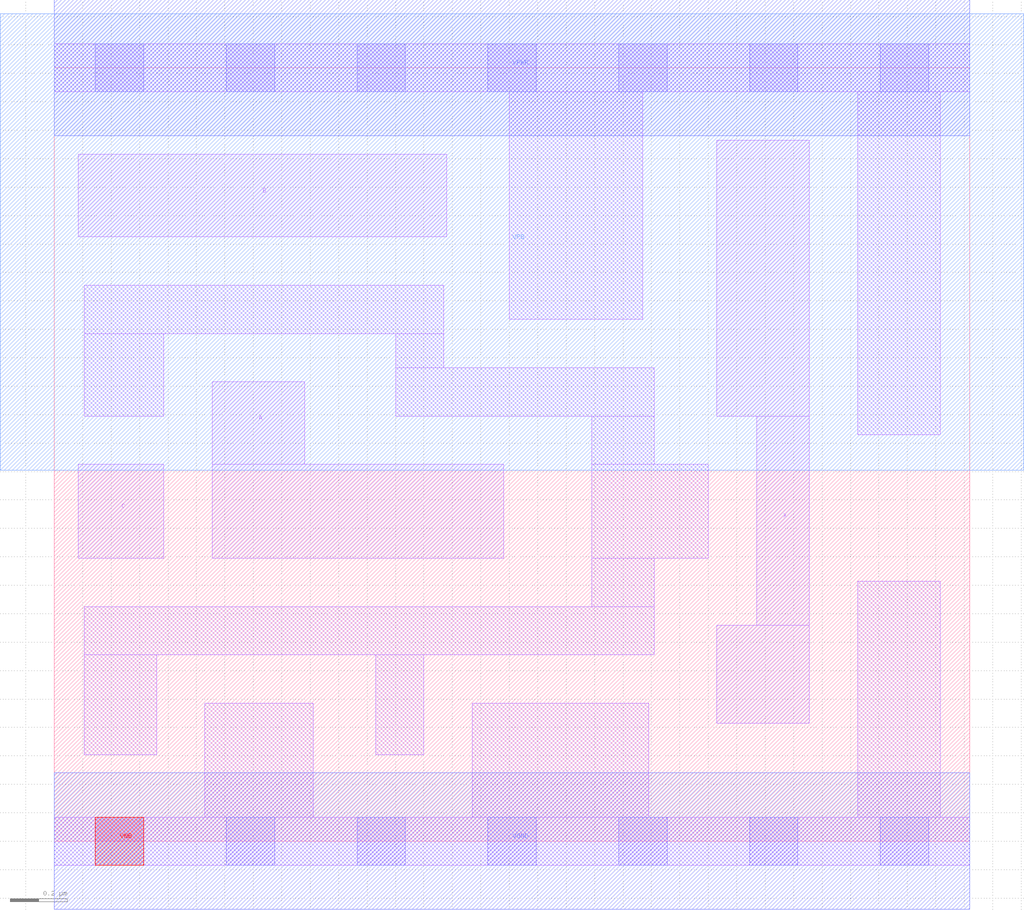
<source format=lef>
# Copyright 2020 The SkyWater PDK Authors
#
# Licensed under the Apache License, Version 2.0 (the "License");
# you may not use this file except in compliance with the License.
# You may obtain a copy of the License at
#
#     https://www.apache.org/licenses/LICENSE-2.0
#
# Unless required by applicable law or agreed to in writing, software
# distributed under the License is distributed on an "AS IS" BASIS,
# WITHOUT WARRANTIES OR CONDITIONS OF ANY KIND, either express or implied.
# See the License for the specific language governing permissions and
# limitations under the License.
#
# SPDX-License-Identifier: Apache-2.0

VERSION 5.7 ;
  NOWIREEXTENSIONATPIN ON ;
  DIVIDERCHAR "/" ;
  BUSBITCHARS "[]" ;
PROPERTYDEFINITIONS
  MACRO maskLayoutSubType STRING ;
  MACRO prCellType STRING ;
  MACRO originalViewName STRING ;
END PROPERTYDEFINITIONS
MACRO sky130_fd_sc_hdll__or3_2
  CLASS CORE ;
  FOREIGN sky130_fd_sc_hdll__or3_2 ;
  ORIGIN  0.000000  0.000000 ;
  SIZE  3.220000 BY  2.720000 ;
  SYMMETRY X Y R90 ;
  SITE unithd ;
  PIN A
    ANTENNAGATEAREA  0.138600 ;
    DIRECTION INPUT ;
    USE SIGNAL ;
    PORT
      LAYER li1 ;
        RECT 0.555000 0.995000 1.580000 1.325000 ;
        RECT 0.555000 1.325000 0.880000 1.615000 ;
    END
  END A
  PIN B
    ANTENNAGATEAREA  0.138600 ;
    DIRECTION INPUT ;
    USE SIGNAL ;
    PORT
      LAYER li1 ;
        RECT 0.085000 2.125000 1.380000 2.415000 ;
    END
  END B
  PIN C
    ANTENNAGATEAREA  0.138600 ;
    DIRECTION INPUT ;
    USE SIGNAL ;
    PORT
      LAYER li1 ;
        RECT 0.085000 0.995000 0.385000 1.325000 ;
    END
  END C
  PIN X
    ANTENNADIFFAREA  0.530500 ;
    DIRECTION OUTPUT ;
    USE SIGNAL ;
    PORT
      LAYER li1 ;
        RECT 2.330000 0.415000 2.655000 0.760000 ;
        RECT 2.330000 1.495000 2.655000 2.465000 ;
        RECT 2.470000 0.760000 2.655000 1.495000 ;
    END
  END X
  PIN VGND
    DIRECTION INOUT ;
    USE GROUND ;
    PORT
      LAYER met1 ;
        RECT 0.000000 -0.240000 3.220000 0.240000 ;
    END
  END VGND
  PIN VNB
    DIRECTION INOUT ;
    USE GROUND ;
    PORT
      LAYER pwell ;
        RECT 0.145000 -0.085000 0.315000 0.085000 ;
    END
  END VNB
  PIN VPB
    DIRECTION INOUT ;
    USE POWER ;
    PORT
      LAYER nwell ;
        RECT -0.190000 1.305000 3.410000 2.910000 ;
    END
  END VPB
  PIN VPWR
    DIRECTION INOUT ;
    USE POWER ;
    PORT
      LAYER met1 ;
        RECT 0.000000 2.480000 3.220000 2.960000 ;
    END
  END VPWR
  OBS
    LAYER li1 ;
      RECT 0.000000 -0.085000 3.220000 0.085000 ;
      RECT 0.000000  2.635000 3.220000 2.805000 ;
      RECT 0.105000  0.305000 0.360000 0.655000 ;
      RECT 0.105000  0.655000 2.110000 0.825000 ;
      RECT 0.105000  1.495000 0.385000 1.785000 ;
      RECT 0.105000  1.785000 1.370000 1.955000 ;
      RECT 0.530000  0.085000 0.910000 0.485000 ;
      RECT 1.130000  0.305000 1.300000 0.655000 ;
      RECT 1.200000  1.495000 2.110000 1.665000 ;
      RECT 1.200000  1.665000 1.370000 1.785000 ;
      RECT 1.470000  0.085000 2.090000 0.485000 ;
      RECT 1.600000  1.835000 2.070000 2.635000 ;
      RECT 1.890000  0.825000 2.110000 0.995000 ;
      RECT 1.890000  0.995000 2.300000 1.325000 ;
      RECT 1.890000  1.325000 2.110000 1.495000 ;
      RECT 2.825000  0.085000 3.115000 0.915000 ;
      RECT 2.825000  1.430000 3.115000 2.635000 ;
    LAYER mcon ;
      RECT 0.145000 -0.085000 0.315000 0.085000 ;
      RECT 0.145000  2.635000 0.315000 2.805000 ;
      RECT 0.605000 -0.085000 0.775000 0.085000 ;
      RECT 0.605000  2.635000 0.775000 2.805000 ;
      RECT 1.065000 -0.085000 1.235000 0.085000 ;
      RECT 1.065000  2.635000 1.235000 2.805000 ;
      RECT 1.525000 -0.085000 1.695000 0.085000 ;
      RECT 1.525000  2.635000 1.695000 2.805000 ;
      RECT 1.985000 -0.085000 2.155000 0.085000 ;
      RECT 1.985000  2.635000 2.155000 2.805000 ;
      RECT 2.445000 -0.085000 2.615000 0.085000 ;
      RECT 2.445000  2.635000 2.615000 2.805000 ;
      RECT 2.905000 -0.085000 3.075000 0.085000 ;
      RECT 2.905000  2.635000 3.075000 2.805000 ;
  END
  PROPERTY maskLayoutSubType "abstract" ;
  PROPERTY prCellType "standard" ;
  PROPERTY originalViewName "layout" ;
END sky130_fd_sc_hdll__or3_2
END LIBRARY

</source>
